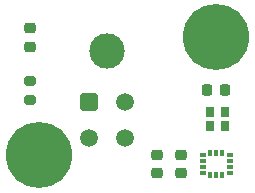
<source format=gts>
G04 #@! TF.GenerationSoftware,KiCad,Pcbnew,(6.0.11-0)*
G04 #@! TF.CreationDate,2023-06-01T20:00:55-06:00*
G04 #@! TF.ProjectId,LIDPCB,4c494450-4342-42e6-9b69-6361645f7063,rev?*
G04 #@! TF.SameCoordinates,Original*
G04 #@! TF.FileFunction,Soldermask,Top*
G04 #@! TF.FilePolarity,Negative*
%FSLAX46Y46*%
G04 Gerber Fmt 4.6, Leading zero omitted, Abs format (unit mm)*
G04 Created by KiCad (PCBNEW (6.0.11-0)) date 2023-06-01 20:00:55*
%MOMM*%
%LPD*%
G01*
G04 APERTURE LIST*
G04 Aperture macros list*
%AMRoundRect*
0 Rectangle with rounded corners*
0 $1 Rounding radius*
0 $2 $3 $4 $5 $6 $7 $8 $9 X,Y pos of 4 corners*
0 Add a 4 corners polygon primitive as box body*
4,1,4,$2,$3,$4,$5,$6,$7,$8,$9,$2,$3,0*
0 Add four circle primitives for the rounded corners*
1,1,$1+$1,$2,$3*
1,1,$1+$1,$4,$5*
1,1,$1+$1,$6,$7*
1,1,$1+$1,$8,$9*
0 Add four rect primitives between the rounded corners*
20,1,$1+$1,$2,$3,$4,$5,0*
20,1,$1+$1,$4,$5,$6,$7,0*
20,1,$1+$1,$6,$7,$8,$9,0*
20,1,$1+$1,$8,$9,$2,$3,0*%
G04 Aperture macros list end*
%ADD10C,5.600000*%
%ADD11RoundRect,0.225000X0.250000X-0.225000X0.250000X0.225000X-0.250000X0.225000X-0.250000X-0.225000X0*%
%ADD12RoundRect,0.225000X-0.250000X0.225000X-0.250000X-0.225000X0.250000X-0.225000X0.250000X0.225000X0*%
%ADD13R,0.600000X0.350000*%
%ADD14R,0.350000X0.600000*%
%ADD15R,0.660400X0.812800*%
%ADD16RoundRect,0.225000X-0.225000X-0.250000X0.225000X-0.250000X0.225000X0.250000X-0.225000X0.250000X0*%
%ADD17RoundRect,0.218750X-0.256250X0.218750X-0.256250X-0.218750X0.256250X-0.218750X0.256250X0.218750X0*%
%ADD18RoundRect,0.200000X-0.275000X0.200000X-0.275000X-0.200000X0.275000X-0.200000X0.275000X0.200000X0*%
%ADD19C,3.000000*%
%ADD20RoundRect,0.250001X-0.499999X-0.499999X0.499999X-0.499999X0.499999X0.499999X-0.499999X0.499999X0*%
%ADD21C,1.500000*%
G04 APERTURE END LIST*
D10*
X103500000Y-113500000D03*
D11*
X115500000Y-115025000D03*
X115500000Y-113475000D03*
D12*
X113500000Y-113450000D03*
X113500000Y-115000000D03*
D13*
X117340000Y-113500000D03*
X117340000Y-114000000D03*
X117340000Y-114500000D03*
X117340000Y-115000000D03*
D14*
X118000000Y-115160000D03*
X118500000Y-115160000D03*
X119000000Y-115160000D03*
D13*
X119660000Y-115000000D03*
X119660000Y-114500000D03*
X119660000Y-114000000D03*
X119660000Y-113500000D03*
D14*
X119000000Y-113340000D03*
X118500000Y-113340000D03*
X118000000Y-113340000D03*
D15*
X119199998Y-109806200D03*
X118000000Y-109806200D03*
X118000000Y-111000000D03*
X119199998Y-111000000D03*
D16*
X117725000Y-108000000D03*
X119275000Y-108000000D03*
D17*
X102750000Y-102712500D03*
X102750000Y-104287500D03*
D10*
X118500000Y-103500000D03*
D18*
X102750000Y-107175000D03*
X102750000Y-108825000D03*
D19*
X109250000Y-104680000D03*
D20*
X107750000Y-109000000D03*
D21*
X110750000Y-109000000D03*
X107750000Y-112000000D03*
X110750000Y-112000000D03*
M02*

</source>
